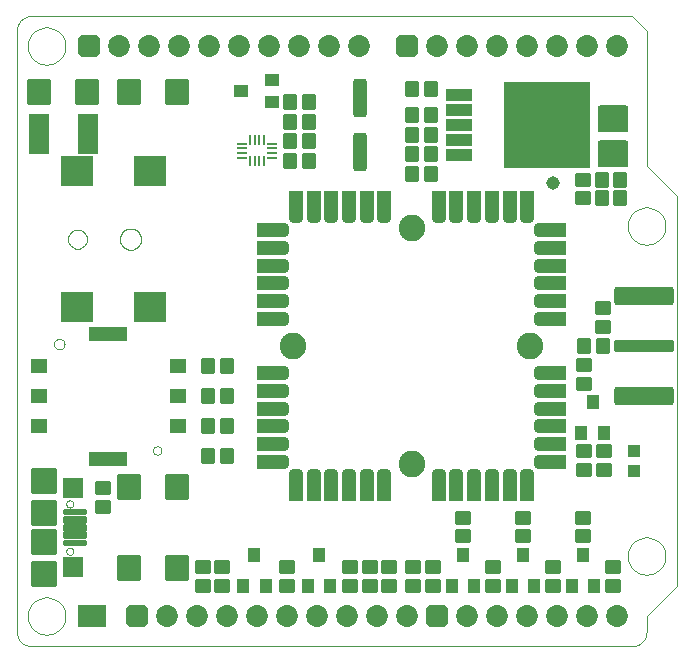
<source format=gbr>
G04 PROTEUS RS274X GERBER FILE*
%FSLAX45Y45*%
%MOMM*%
G01*
%AMPPAD041*
4,1,36,
0.977000,0.150000,
0.977000,-0.150000,
0.974470,-0.175970,
0.967200,-0.199980,
0.955650,-0.221580,
0.940290,-0.240290,
0.921570,-0.255650,
0.899980,-0.267200,
0.875970,-0.274470,
0.850000,-0.277000,
-0.850000,-0.277000,
-0.875970,-0.274470,
-0.899980,-0.267200,
-0.921570,-0.255650,
-0.940290,-0.240290,
-0.955650,-0.221580,
-0.967200,-0.199980,
-0.974470,-0.175970,
-0.977000,-0.150000,
-0.977000,0.150000,
-0.974470,0.175970,
-0.967200,0.199980,
-0.955650,0.221580,
-0.940290,0.240290,
-0.921570,0.255650,
-0.899980,0.267200,
-0.875970,0.274470,
-0.850000,0.277000,
0.850000,0.277000,
0.875970,0.274470,
0.899980,0.267200,
0.921570,0.255650,
0.940290,0.240290,
0.955650,0.221580,
0.967200,0.199980,
0.974470,0.175970,
0.977000,0.150000,
0*%
%ADD47PPAD041*%
%AMPPAD042*
4,1,36,
0.977000,0.200000,
0.977000,-0.200000,
0.974470,-0.225970,
0.967200,-0.249980,
0.955650,-0.271580,
0.940290,-0.290290,
0.921570,-0.305650,
0.899980,-0.317200,
0.875970,-0.324470,
0.850000,-0.327000,
-0.850000,-0.327000,
-0.875970,-0.324470,
-0.899980,-0.317200,
-0.921570,-0.305650,
-0.940290,-0.290290,
-0.955650,-0.271580,
-0.967200,-0.249980,
-0.974470,-0.225970,
-0.977000,-0.200000,
-0.977000,0.200000,
-0.974470,0.225970,
-0.967200,0.249980,
-0.955650,0.271580,
-0.940290,0.290290,
-0.921570,0.305650,
-0.899980,0.317200,
-0.875970,0.324470,
-0.850000,0.327000,
0.850000,0.327000,
0.875970,0.324470,
0.899980,0.317200,
0.921570,0.305650,
0.940290,0.290290,
0.955650,0.271580,
0.967200,0.249980,
0.974470,0.225970,
0.977000,0.200000,
0*%
%ADD48PPAD042*%
%AMPPAD043*
4,1,36,
1.077000,0.950000,
1.077000,-0.950000,
1.074470,-0.975970,
1.067200,-0.999980,
1.055650,-1.021580,
1.040290,-1.040290,
1.021570,-1.055650,
0.999980,-1.067200,
0.975970,-1.074470,
0.950000,-1.077000,
-0.950000,-1.077000,
-0.975970,-1.074470,
-0.999980,-1.067200,
-1.021570,-1.055650,
-1.040290,-1.040290,
-1.055650,-1.021580,
-1.067200,-0.999980,
-1.074470,-0.975970,
-1.077000,-0.950000,
-1.077000,0.950000,
-1.074470,0.975970,
-1.067200,0.999980,
-1.055650,1.021580,
-1.040290,1.040290,
-1.021570,1.055650,
-0.999980,1.067200,
-0.975970,1.074470,
-0.950000,1.077000,
0.950000,1.077000,
0.975970,1.074470,
0.999980,1.067200,
1.021570,1.055650,
1.040290,1.040290,
1.055650,1.021580,
1.067200,0.999980,
1.074470,0.975970,
1.077000,0.950000,
0*%
%ADD49PPAD043*%
%AMPPAD044*
4,1,36,
0.877000,0.750000,
0.877000,-0.750000,
0.874470,-0.775970,
0.867200,-0.799980,
0.855650,-0.821580,
0.840290,-0.840290,
0.821570,-0.855650,
0.799980,-0.867200,
0.775970,-0.874470,
0.750000,-0.877000,
-0.750000,-0.877000,
-0.775970,-0.874470,
-0.799980,-0.867200,
-0.821570,-0.855650,
-0.840290,-0.840290,
-0.855650,-0.821580,
-0.867200,-0.799980,
-0.874470,-0.775970,
-0.877000,-0.750000,
-0.877000,0.750000,
-0.874470,0.775970,
-0.867200,0.799980,
-0.855650,0.821580,
-0.840290,0.840290,
-0.821570,0.855650,
-0.799980,0.867200,
-0.775970,0.874470,
-0.750000,0.877000,
0.750000,0.877000,
0.775970,0.874470,
0.799980,0.867200,
0.821570,0.855650,
0.840290,0.840290,
0.855650,0.821580,
0.867200,0.799980,
0.874470,0.775970,
0.877000,0.750000,
0*%
%ADD50PPAD044*%
%AMPPAD045*
4,1,36,
-0.495200,0.927000,
0.495200,0.927000,
0.583490,0.918410,
0.665130,0.893690,
0.738560,0.854420,
0.802180,0.802180,
0.854420,0.738560,
0.893690,0.665130,
0.918410,0.583490,
0.927000,0.495200,
0.927000,-0.495200,
0.918410,-0.583490,
0.893690,-0.665130,
0.854420,-0.738560,
0.802180,-0.802180,
0.738560,-0.854420,
0.665130,-0.893690,
0.583490,-0.918410,
0.495200,-0.927000,
-0.495200,-0.927000,
-0.583490,-0.918410,
-0.665130,-0.893690,
-0.738560,-0.854420,
-0.802180,-0.802180,
-0.854420,-0.738560,
-0.893690,-0.665130,
-0.918410,-0.583490,
-0.927000,-0.495200,
-0.927000,0.495200,
-0.918410,0.583490,
-0.893690,0.665130,
-0.854420,0.738560,
-0.802180,0.802180,
-0.738560,0.854420,
-0.665130,0.893690,
-0.583490,0.918410,
-0.495200,0.927000,
0*%
%ADD51PPAD045*%
%ADD52C,1.854000*%
%AMPPAD047*
4,1,28,
2.127000,0.119000,
2.127000,-0.119000,
2.116890,-0.222870,
2.087810,-0.318930,
2.041610,-0.405310,
1.980160,-0.480160,
1.905310,-0.541610,
1.818930,-0.587810,
1.722870,-0.616890,
1.619000,-0.627000,
-0.500000,-0.627000,
-0.549980,-0.617200,
-0.590290,-0.590290,
-0.617200,-0.549980,
-0.627000,-0.500000,
-0.627000,0.500000,
-0.617200,0.549980,
-0.590290,0.590290,
-0.549980,0.617200,
-0.500000,0.627000,
1.619000,0.627000,
1.722870,0.616890,
1.818930,0.587810,
1.905310,0.541610,
1.980160,0.480160,
2.041610,0.405310,
2.087810,0.318930,
2.116890,0.222870,
2.127000,0.119000,
0*%
%ADD53PPAD047*%
%AMPPAD048*
4,1,28,
-0.119000,2.127000,
0.119000,2.127000,
0.222870,2.116890,
0.318930,2.087810,
0.405310,2.041610,
0.480160,1.980160,
0.541610,1.905310,
0.587810,1.818930,
0.616890,1.722870,
0.627000,1.619000,
0.627000,-0.500000,
0.617200,-0.549980,
0.590290,-0.590290,
0.549980,-0.617200,
0.500000,-0.627000,
-0.500000,-0.627000,
-0.549980,-0.617200,
-0.590290,-0.590290,
-0.617200,-0.549980,
-0.627000,-0.500000,
-0.627000,1.619000,
-0.616890,1.722870,
-0.587810,1.818930,
-0.541610,1.905310,
-0.480160,1.980160,
-0.405310,2.041610,
-0.318930,2.087810,
-0.222870,2.116890,
-0.119000,2.127000,
0*%
%ADD54PPAD048*%
%AMPPAD049*
4,1,28,
-2.127000,-0.119000,
-2.127000,0.119000,
-2.116890,0.222870,
-2.087810,0.318930,
-2.041610,0.405310,
-1.980160,0.480160,
-1.905310,0.541610,
-1.818930,0.587810,
-1.722870,0.616890,
-1.619000,0.627000,
0.500000,0.627000,
0.549980,0.617200,
0.590290,0.590290,
0.617200,0.549980,
0.627000,0.500000,
0.627000,-0.500000,
0.617200,-0.549980,
0.590290,-0.590290,
0.549980,-0.617200,
0.500000,-0.627000,
-1.619000,-0.627000,
-1.722870,-0.616890,
-1.818930,-0.587810,
-1.905310,-0.541610,
-1.980160,-0.480160,
-2.041610,-0.405310,
-2.087810,-0.318930,
-2.116890,-0.222870,
-2.127000,-0.119000,
0*%
%ADD55PPAD049*%
%AMPPAD050*
4,1,28,
0.119000,-2.127000,
-0.119000,-2.127000,
-0.222870,-2.116890,
-0.318930,-2.087810,
-0.405310,-2.041610,
-0.480160,-1.980160,
-0.541610,-1.905310,
-0.587810,-1.818930,
-0.616890,-1.722870,
-0.627000,-1.619000,
-0.627000,0.500000,
-0.617200,0.549980,
-0.590290,0.590290,
-0.549980,0.617200,
-0.500000,0.627000,
0.500000,0.627000,
0.549980,0.617200,
0.590290,0.590290,
0.617200,0.549980,
0.627000,0.500000,
0.627000,-1.619000,
0.616890,-1.722870,
0.587810,-1.818930,
0.541610,-1.905310,
0.480160,-1.980160,
0.405310,-2.041610,
0.318930,-2.087810,
0.222870,-2.116890,
0.119000,-2.127000,
0*%
%ADD56PPAD050*%
%ADD57C,2.254000*%
%AMPPAD052*
4,1,36,
-0.652000,-0.450000,
-0.652000,0.450000,
-0.649470,0.475970,
-0.642200,0.499980,
-0.630650,0.521580,
-0.615290,0.540290,
-0.596570,0.555650,
-0.574980,0.567200,
-0.550970,0.574470,
-0.525000,0.577000,
0.525000,0.577000,
0.550970,0.574470,
0.574980,0.567200,
0.596570,0.555650,
0.615290,0.540290,
0.630650,0.521580,
0.642200,0.499980,
0.649470,0.475970,
0.652000,0.450000,
0.652000,-0.450000,
0.649470,-0.475970,
0.642200,-0.499980,
0.630650,-0.521580,
0.615290,-0.540290,
0.596570,-0.555650,
0.574980,-0.567200,
0.550970,-0.574470,
0.525000,-0.577000,
-0.525000,-0.577000,
-0.550970,-0.574470,
-0.574980,-0.567200,
-0.596570,-0.555650,
-0.615290,-0.540290,
-0.630650,-0.521580,
-0.642200,-0.499980,
-0.649470,-0.475970,
-0.652000,-0.450000,
0*%
%ADD58PPAD052*%
%AMPPAD053*
4,1,36,
-1.250000,1.277000,
1.250000,1.277000,
1.275970,1.274470,
1.299980,1.267200,
1.321580,1.255650,
1.340290,1.240290,
1.355650,1.221570,
1.367200,1.199980,
1.374470,1.175970,
1.377000,1.150000,
1.377000,-1.150000,
1.374470,-1.175970,
1.367200,-1.199980,
1.355650,-1.221570,
1.340290,-1.240290,
1.321580,-1.255650,
1.299980,-1.267200,
1.275970,-1.274470,
1.250000,-1.277000,
-1.250000,-1.277000,
-1.275970,-1.274470,
-1.299980,-1.267200,
-1.321580,-1.255650,
-1.340290,-1.240290,
-1.355650,-1.221570,
-1.367200,-1.199980,
-1.374470,-1.175970,
-1.377000,-1.150000,
-1.377000,1.150000,
-1.374470,1.175970,
-1.367200,1.199980,
-1.355650,1.221570,
-1.340290,1.240290,
-1.321580,1.255650,
-1.299980,1.267200,
-1.275970,1.274470,
-1.250000,1.277000,
0*%
%ADD59PPAD053*%
%AMPPAD054*
4,1,36,
-0.900000,1.077000,
0.900000,1.077000,
0.925970,1.074470,
0.949980,1.067200,
0.971580,1.055650,
0.990290,1.040290,
1.005650,1.021570,
1.017200,0.999980,
1.024470,0.975970,
1.027000,0.950000,
1.027000,-0.950000,
1.024470,-0.975970,
1.017200,-0.999980,
1.005650,-1.021570,
0.990290,-1.040290,
0.971580,-1.055650,
0.949980,-1.067200,
0.925970,-1.074470,
0.900000,-1.077000,
-0.900000,-1.077000,
-0.925970,-1.074470,
-0.949980,-1.067200,
-0.971580,-1.055650,
-0.990290,-1.040290,
-1.005650,-1.021570,
-1.017200,-0.999980,
-1.024470,-0.975970,
-1.027000,-0.950000,
-1.027000,0.950000,
-1.024470,0.975970,
-1.017200,0.999980,
-1.005650,1.021570,
-0.990290,1.040290,
-0.971580,1.055650,
-0.949980,1.067200,
-0.925970,1.074470,
-0.900000,1.077000,
0*%
%ADD60PPAD054*%
%AMPPAD055*
4,1,36,
0.750000,-1.727000,
-0.750000,-1.727000,
-0.775970,-1.724470,
-0.799980,-1.717200,
-0.821580,-1.705650,
-0.840290,-1.690290,
-0.855650,-1.671570,
-0.867200,-1.649980,
-0.874470,-1.625970,
-0.877000,-1.600000,
-0.877000,1.600000,
-0.874470,1.625970,
-0.867200,1.649980,
-0.855650,1.671570,
-0.840290,1.690290,
-0.821580,1.705650,
-0.799980,1.717200,
-0.775970,1.724470,
-0.750000,1.727000,
0.750000,1.727000,
0.775970,1.724470,
0.799980,1.717200,
0.821580,1.705650,
0.840290,1.690290,
0.855650,1.671570,
0.867200,1.649980,
0.874470,1.625970,
0.877000,1.600000,
0.877000,-1.600000,
0.874470,-1.625970,
0.867200,-1.649980,
0.855650,-1.671570,
0.840290,-1.690290,
0.821580,-1.705650,
0.799980,-1.717200,
0.775970,-1.724470,
0.750000,-1.727000,
0*%
%ADD61PPAD055*%
%AMPPAD056*
4,1,36,
1.627000,0.500000,
1.627000,-0.500000,
1.624470,-0.525970,
1.617200,-0.549980,
1.605650,-0.571580,
1.590290,-0.590290,
1.571570,-0.605650,
1.549980,-0.617200,
1.525970,-0.624470,
1.500000,-0.627000,
-1.500000,-0.627000,
-1.525970,-0.624470,
-1.549980,-0.617200,
-1.571570,-0.605650,
-1.590290,-0.590290,
-1.605650,-0.571580,
-1.617200,-0.549980,
-1.624470,-0.525970,
-1.627000,-0.500000,
-1.627000,0.500000,
-1.624470,0.525970,
-1.617200,0.549980,
-1.605650,0.571580,
-1.590290,0.590290,
-1.571570,0.605650,
-1.549980,0.617200,
-1.525970,0.624470,
-1.500000,0.627000,
1.500000,0.627000,
1.525970,0.624470,
1.549980,0.617200,
1.571570,0.605650,
1.590290,0.590290,
1.605650,0.571580,
1.617200,0.549980,
1.624470,0.525970,
1.627000,0.500000,
0*%
%ADD62PPAD056*%
%AMPPAD057*
4,1,36,
0.677000,0.500000,
0.677000,-0.500000,
0.674470,-0.525970,
0.667200,-0.549980,
0.655650,-0.571580,
0.640290,-0.590290,
0.621570,-0.605650,
0.599980,-0.617200,
0.575970,-0.624470,
0.550000,-0.627000,
-0.550000,-0.627000,
-0.575970,-0.624470,
-0.599980,-0.617200,
-0.621570,-0.605650,
-0.640290,-0.590290,
-0.655650,-0.571580,
-0.667200,-0.549980,
-0.674470,-0.525970,
-0.677000,-0.500000,
-0.677000,0.500000,
-0.674470,0.525970,
-0.667200,0.549980,
-0.655650,0.571580,
-0.640290,0.590290,
-0.621570,0.605650,
-0.599980,0.617200,
-0.575970,0.624470,
-0.550000,0.627000,
0.550000,0.627000,
0.575970,0.624470,
0.599980,0.617200,
0.621570,0.605650,
0.640290,0.590290,
0.655650,0.571580,
0.667200,0.549980,
0.674470,0.525970,
0.677000,0.500000,
0*%
%ADD63PPAD057*%
%AMPPAD058*
4,1,36,
-2.375000,0.527000,
2.375000,0.527000,
2.400970,0.524470,
2.424980,0.517200,
2.446580,0.505650,
2.465290,0.490290,
2.480650,0.471570,
2.492200,0.449980,
2.499470,0.425970,
2.502000,0.400000,
2.502000,-0.400000,
2.499470,-0.425970,
2.492200,-0.449980,
2.480650,-0.471570,
2.465290,-0.490290,
2.446580,-0.505650,
2.424980,-0.517200,
2.400970,-0.524470,
2.375000,-0.527000,
-2.375000,-0.527000,
-2.400970,-0.524470,
-2.424980,-0.517200,
-2.446580,-0.505650,
-2.465290,-0.490290,
-2.480650,-0.471570,
-2.492200,-0.449980,
-2.499470,-0.425970,
-2.502000,-0.400000,
-2.502000,0.400000,
-2.499470,0.425970,
-2.492200,0.449980,
-2.480650,0.471570,
-2.465290,0.490290,
-2.446580,0.505650,
-2.424980,0.517200,
-2.400970,0.524470,
-2.375000,0.527000,
0*%
%ADD64PPAD058*%
%AMPPAD059*
4,1,36,
-2.375000,0.727000,
2.375000,0.727000,
2.400970,0.724470,
2.424980,0.717200,
2.446580,0.705650,
2.465290,0.690290,
2.480650,0.671570,
2.492200,0.649980,
2.499470,0.625970,
2.502000,0.600000,
2.502000,-0.600000,
2.499470,-0.625970,
2.492200,-0.649980,
2.480650,-0.671570,
2.465290,-0.690290,
2.446580,-0.705650,
2.424980,-0.717200,
2.400970,-0.724470,
2.375000,-0.727000,
-2.375000,-0.727000,
-2.400970,-0.724470,
-2.424980,-0.717200,
-2.446580,-0.705650,
-2.465290,-0.690290,
-2.480650,-0.671570,
-2.492200,-0.649980,
-2.499470,-0.625970,
-2.502000,-0.600000,
-2.502000,0.600000,
-2.499470,0.625970,
-2.492200,0.649980,
-2.480650,0.671570,
-2.465290,0.690290,
-2.446580,0.705650,
-2.424980,0.717200,
-2.400970,0.724470,
-2.375000,0.727000,
0*%
%ADD65PPAD059*%
%AMPPAD060*
4,1,36,
0.450000,-0.652000,
-0.450000,-0.652000,
-0.475970,-0.649470,
-0.499980,-0.642200,
-0.521580,-0.630650,
-0.540290,-0.615290,
-0.555650,-0.596570,
-0.567200,-0.574980,
-0.574470,-0.550970,
-0.577000,-0.525000,
-0.577000,0.525000,
-0.574470,0.550970,
-0.567200,0.574980,
-0.555650,0.596570,
-0.540290,0.615290,
-0.521580,0.630650,
-0.499980,0.642200,
-0.475970,0.649470,
-0.450000,0.652000,
0.450000,0.652000,
0.475970,0.649470,
0.499980,0.642200,
0.521580,0.630650,
0.540290,0.615290,
0.555650,0.596570,
0.567200,0.574980,
0.574470,0.550970,
0.577000,0.525000,
0.577000,-0.525000,
0.574470,-0.550970,
0.567200,-0.574980,
0.555650,-0.596570,
0.540290,-0.615290,
0.521580,-0.630650,
0.499980,-0.642200,
0.475970,-0.649470,
0.450000,-0.652000,
0*%
%ADD66PPAD060*%
%AMPPAD061*
4,1,36,
1.127000,0.380000,
1.127000,-0.380000,
1.124470,-0.405970,
1.117200,-0.429980,
1.105650,-0.451580,
1.090290,-0.470290,
1.071570,-0.485650,
1.049980,-0.497200,
1.025970,-0.504470,
1.000000,-0.507000,
-1.000000,-0.507000,
-1.025970,-0.504470,
-1.049980,-0.497200,
-1.071570,-0.485650,
-1.090290,-0.470290,
-1.105650,-0.451580,
-1.117200,-0.429980,
-1.124470,-0.405970,
-1.127000,-0.380000,
-1.127000,0.380000,
-1.124470,0.405970,
-1.117200,0.429980,
-1.105650,0.451580,
-1.090290,0.470290,
-1.071570,0.485650,
-1.049980,0.497200,
-1.025970,0.504470,
-1.000000,0.507000,
1.000000,0.507000,
1.025970,0.504470,
1.049980,0.497200,
1.071570,0.485650,
1.090290,0.470290,
1.105650,0.451580,
1.117200,0.429980,
1.124470,0.405970,
1.127000,0.380000,
0*%
%ADD67PPAD061*%
%AMPPAD062*
4,1,36,
3.677000,3.550000,
3.677000,-3.550000,
3.674470,-3.575970,
3.667200,-3.599980,
3.655650,-3.621580,
3.640290,-3.640290,
3.621570,-3.655650,
3.599980,-3.667200,
3.575970,-3.674470,
3.550000,-3.677000,
-3.550000,-3.677000,
-3.575970,-3.674470,
-3.599980,-3.667200,
-3.621570,-3.655650,
-3.640290,-3.640290,
-3.655650,-3.621580,
-3.667200,-3.599980,
-3.674470,-3.575970,
-3.677000,-3.550000,
-3.677000,3.550000,
-3.674470,3.575970,
-3.667200,3.599980,
-3.655650,3.621580,
-3.640290,3.640290,
-3.621570,3.655650,
-3.599980,3.667200,
-3.575970,3.674470,
-3.550000,3.677000,
3.550000,3.677000,
3.575970,3.674470,
3.599980,3.667200,
3.621570,3.655650,
3.640290,3.640290,
3.655650,3.621580,
3.667200,3.599980,
3.674470,3.575970,
3.677000,3.550000,
0*%
%ADD68PPAD062*%
%AMPPAD063*
4,1,4,
0.100000,0.400000,
0.100000,-0.400000,
-0.100000,-0.400000,
-0.100000,0.400000,
0.100000,0.400000,
0*%
%ADD69PPAD063*%
%AMPPAD064*
4,1,4,
0.400000,0.100000,
0.400000,-0.100000,
-0.400000,-0.100000,
-0.400000,0.100000,
0.400000,0.100000,
0*%
%ADD74PPAD064*%
%AMPPAD065*
4,1,36,
-1.270000,-1.016000,
-1.270000,1.016000,
-1.267470,1.041970,
-1.260200,1.065980,
-1.248650,1.087580,
-1.233290,1.106290,
-1.214570,1.121650,
-1.192980,1.133200,
-1.168970,1.140470,
-1.143000,1.143000,
1.143000,1.143000,
1.168970,1.140470,
1.192980,1.133200,
1.214570,1.121650,
1.233290,1.106290,
1.248650,1.087580,
1.260200,1.065980,
1.267470,1.041970,
1.270000,1.016000,
1.270000,-1.016000,
1.267470,-1.041970,
1.260200,-1.065980,
1.248650,-1.087580,
1.233290,-1.106290,
1.214570,-1.121650,
1.192980,-1.133200,
1.168970,-1.140470,
1.143000,-1.143000,
-1.143000,-1.143000,
-1.168970,-1.140470,
-1.192980,-1.133200,
-1.214570,-1.121650,
-1.233290,-1.106290,
-1.248650,-1.087580,
-1.260200,-1.065980,
-1.267470,-1.041970,
-1.270000,-1.016000,
0*%
%ADD75PPAD065*%
%AMPPAD066*
4,1,36,
0.425000,-1.577000,
-0.425000,-1.577000,
-0.450970,-1.574470,
-0.474980,-1.567200,
-0.496580,-1.555650,
-0.515290,-1.540290,
-0.530650,-1.521570,
-0.542200,-1.499980,
-0.549470,-1.475970,
-0.552000,-1.450000,
-0.552000,1.450000,
-0.549470,1.475970,
-0.542200,1.499980,
-0.530650,1.521570,
-0.515290,1.540290,
-0.496580,1.555650,
-0.474980,1.567200,
-0.450970,1.574470,
-0.425000,1.577000,
0.425000,1.577000,
0.450970,1.574470,
0.474980,1.567200,
0.496580,1.555650,
0.515290,1.540290,
0.530650,1.521570,
0.542200,1.499980,
0.549470,1.475970,
0.552000,1.450000,
0.552000,-1.450000,
0.549470,-1.475970,
0.542200,-1.499980,
0.530650,-1.521570,
0.515290,-1.540290,
0.496580,-1.555650,
0.474980,-1.567200,
0.450970,-1.574470,
0.425000,-1.577000,
0*%
%ADD76PPAD066*%
%AMPPAD067*
4,1,36,
0.355600,-0.622300,
-0.355600,-0.622300,
-0.381570,-0.619770,
-0.405580,-0.612500,
-0.427180,-0.600950,
-0.445890,-0.585590,
-0.461250,-0.566870,
-0.472800,-0.545280,
-0.480070,-0.521270,
-0.482600,-0.495300,
-0.482600,0.495300,
-0.480070,0.521270,
-0.472800,0.545280,
-0.461250,0.566870,
-0.445890,0.585590,
-0.427180,0.600950,
-0.405580,0.612500,
-0.381570,0.619770,
-0.355600,0.622300,
0.355600,0.622300,
0.381570,0.619770,
0.405580,0.612500,
0.427180,0.600950,
0.445890,0.585590,
0.461250,0.566870,
0.472800,0.545280,
0.480070,0.521270,
0.482600,0.495300,
0.482600,-0.495300,
0.480070,-0.521270,
0.472800,-0.545280,
0.461250,-0.566870,
0.445890,-0.585590,
0.427180,-0.600950,
0.405580,-0.612500,
0.381570,-0.619770,
0.355600,-0.622300,
0*%
%ADD77PPAD067*%
%AMPPAD068*
4,1,36,
-0.527000,-0.400000,
-0.527000,0.400000,
-0.524470,0.425970,
-0.517200,0.449980,
-0.505650,0.471580,
-0.490290,0.490290,
-0.471570,0.505650,
-0.449980,0.517200,
-0.425970,0.524470,
-0.400000,0.527000,
0.400000,0.527000,
0.425970,0.524470,
0.449980,0.517200,
0.471570,0.505650,
0.490290,0.490290,
0.505650,0.471580,
0.517200,0.449980,
0.524470,0.425970,
0.527000,0.400000,
0.527000,-0.400000,
0.524470,-0.425970,
0.517200,-0.449980,
0.505650,-0.471580,
0.490290,-0.490290,
0.471570,-0.505650,
0.449980,-0.517200,
0.425970,-0.524470,
0.400000,-0.527000,
-0.400000,-0.527000,
-0.425970,-0.524470,
-0.449980,-0.517200,
-0.471570,-0.505650,
-0.490290,-0.490290,
-0.505650,-0.471580,
-0.517200,-0.449980,
-0.524470,-0.425970,
-0.527000,-0.400000,
0*%
%ADD78PPAD068*%
%AMPPAD069*
4,1,36,
0.622300,0.355600,
0.622300,-0.355600,
0.619770,-0.381570,
0.612500,-0.405580,
0.600950,-0.427180,
0.585590,-0.445890,
0.566870,-0.461250,
0.545280,-0.472800,
0.521270,-0.480070,
0.495300,-0.482600,
-0.495300,-0.482600,
-0.521270,-0.480070,
-0.545280,-0.472800,
-0.566870,-0.461250,
-0.585590,-0.445890,
-0.600950,-0.427180,
-0.612500,-0.405580,
-0.619770,-0.381570,
-0.622300,-0.355600,
-0.622300,0.355600,
-0.619770,0.381570,
-0.612500,0.405580,
-0.600950,0.427180,
-0.585590,0.445890,
-0.566870,0.461250,
-0.545280,0.472800,
-0.521270,0.480070,
-0.495300,0.482600,
0.495300,0.482600,
0.521270,0.480070,
0.545280,0.472800,
0.566870,0.461250,
0.585590,0.445890,
0.600950,0.427180,
0.612500,0.405580,
0.619770,0.381570,
0.622300,0.355600,
0*%
%ADD79PPAD069*%
%ADD80C,1.143000*%
%AMPPAD071*
4,1,36,
-1.100000,0.952000,
1.100000,0.952000,
1.125970,0.949470,
1.149980,0.942200,
1.171580,0.930650,
1.190290,0.915290,
1.205650,0.896570,
1.217200,0.874980,
1.224470,0.850970,
1.227000,0.825000,
1.227000,-0.825000,
1.224470,-0.850970,
1.217200,-0.874980,
1.205650,-0.896570,
1.190290,-0.915290,
1.171580,-0.930650,
1.149980,-0.942200,
1.125970,-0.949470,
1.100000,-0.952000,
-1.100000,-0.952000,
-1.125970,-0.949470,
-1.149980,-0.942200,
-1.171580,-0.930650,
-1.190290,-0.915290,
-1.205650,-0.896570,
-1.217200,-0.874980,
-1.224470,-0.850970,
-1.227000,-0.825000,
-1.227000,0.825000,
-1.224470,0.850970,
-1.217200,0.874980,
-1.205650,0.896570,
-1.190290,0.915290,
-1.171580,0.930650,
-1.149980,0.942200,
-1.125970,0.949470,
-1.100000,0.952000,
0*%
%ADD81PPAD071*%
%ADD42C,0.025400*%
D47*
X+495300Y+1133300D03*
D48*
X+495300Y+1068300D03*
X+495300Y+1003300D03*
X+495300Y+938300D03*
D47*
X+495300Y+873300D03*
D49*
X+235300Y+1123300D03*
X+235300Y+883300D03*
X+235300Y+1398300D03*
X+235300Y+608300D03*
D50*
X+480300Y+668300D03*
X+480300Y+1338300D03*
D51*
X+1016000Y+254000D03*
D52*
X+1270000Y+254000D03*
X+1524000Y+254000D03*
X+1778000Y+254000D03*
X+2032000Y+254000D03*
X+2286000Y+254000D03*
X+2540000Y+254000D03*
X+2794000Y+254000D03*
X+3048000Y+254000D03*
X+3302000Y+254000D03*
D51*
X+3556000Y+254000D03*
D52*
X+3810000Y+254000D03*
X+4064000Y+254000D03*
X+4318000Y+254000D03*
X+4572000Y+254000D03*
X+4826000Y+254000D03*
X+5080000Y+254000D03*
D51*
X+609600Y+5080000D03*
D52*
X+863600Y+5080000D03*
X+1117600Y+5080000D03*
X+1371600Y+5080000D03*
X+1625600Y+5080000D03*
X+1879600Y+5080000D03*
X+2133600Y+5080000D03*
X+2387600Y+5080000D03*
X+2641600Y+5080000D03*
X+2895600Y+5080000D03*
D51*
X+3302000Y+5080000D03*
D52*
X+3556000Y+5080000D03*
X+3810000Y+5080000D03*
X+4064000Y+5080000D03*
X+4318000Y+5080000D03*
X+4572000Y+5080000D03*
X+4826000Y+5080000D03*
X+5080000Y+5080000D03*
D53*
X+2094200Y+3520000D03*
X+2094200Y+3370000D03*
X+2094200Y+3220000D03*
X+2094200Y+3070000D03*
X+2094200Y+2920000D03*
X+2094200Y+2770000D03*
X+2094200Y+2310000D03*
X+2094200Y+2160000D03*
X+2094200Y+2010000D03*
X+2094200Y+1860000D03*
X+2094200Y+1710000D03*
X+2094200Y+1560000D03*
D54*
X+2363400Y+1290800D03*
X+2513400Y+1290800D03*
X+2663400Y+1290800D03*
X+2813400Y+1290800D03*
X+2963400Y+1290800D03*
X+3113400Y+1290800D03*
X+3573400Y+1290800D03*
X+3723400Y+1290800D03*
X+3873400Y+1290800D03*
X+4023400Y+1290800D03*
X+4173400Y+1290800D03*
X+4323400Y+1290800D03*
D55*
X+4593400Y+1560000D03*
X+4593400Y+1710000D03*
X+4593400Y+1860000D03*
X+4593400Y+2010000D03*
X+4593400Y+2160000D03*
X+4593400Y+2310000D03*
X+4593400Y+2770000D03*
X+4593400Y+2920000D03*
X+4593400Y+3070000D03*
X+4593400Y+3220000D03*
X+4593400Y+3370000D03*
X+4593400Y+3520000D03*
D56*
X+4323400Y+3790000D03*
X+4173400Y+3790000D03*
X+4023400Y+3790000D03*
X+3873400Y+3790000D03*
X+3723400Y+3790000D03*
X+3573400Y+3790000D03*
X+3113400Y+3790000D03*
X+2963400Y+3790000D03*
X+2813400Y+3790000D03*
X+2663400Y+3790000D03*
X+2513400Y+3790000D03*
X+2363400Y+3790000D03*
D57*
X+2343400Y+2540000D03*
X+3343400Y+1540000D03*
X+4343400Y+2540000D03*
X+3343400Y+3540000D03*
D58*
X+734300Y+1178300D03*
X+734300Y+1338300D03*
D59*
X+1124700Y+4018900D03*
X+514700Y+4018900D03*
X+514700Y+2868900D03*
X+1124700Y+2868900D03*
D60*
X+950200Y+1344600D03*
X+1360200Y+1344600D03*
D61*
X+605050Y+4338700D03*
X+185050Y+4338700D03*
D60*
X+185050Y+4694300D03*
X+595050Y+4694300D03*
D62*
X+775050Y+2646200D03*
X+775050Y+1586200D03*
D63*
X+185050Y+1862200D03*
X+185050Y+2116200D03*
X+185050Y+2370200D03*
X+1365050Y+1862200D03*
X+1365050Y+2116200D03*
X+1365050Y+2370200D03*
D64*
X+5314950Y+2540000D03*
D65*
X+5314950Y+2962500D03*
X+5314950Y+2117500D03*
D58*
X+4965700Y+2698750D03*
X+4965700Y+2858750D03*
D66*
X+4965700Y+2540000D03*
X+4805700Y+2540000D03*
D58*
X+4805700Y+2381250D03*
X+4805700Y+2221250D03*
D66*
X+1779050Y+2370200D03*
X+1619050Y+2370200D03*
X+1619050Y+1862200D03*
X+1779050Y+1862200D03*
X+1619050Y+2116200D03*
X+1779050Y+2116200D03*
X+1779050Y+1608200D03*
X+1619050Y+1608200D03*
D67*
X+3747500Y+4666300D03*
X+3747500Y+4539300D03*
X+3747500Y+4412300D03*
X+3747500Y+4285300D03*
X+3747500Y+4158300D03*
D68*
X+4488500Y+4412300D03*
D69*
X+2095100Y+4282900D03*
X+2055100Y+4282900D03*
X+2015100Y+4282900D03*
X+1975100Y+4282900D03*
D74*
X+1905100Y+4252900D03*
X+1905100Y+4212900D03*
X+1905100Y+4172900D03*
X+1905100Y+4132900D03*
D69*
X+1975100Y+4102900D03*
X+2015100Y+4102900D03*
X+2055100Y+4102900D03*
X+2095100Y+4102900D03*
D74*
X+2165100Y+4132900D03*
X+2165100Y+4172900D03*
X+2165100Y+4212900D03*
X+2165100Y+4252900D03*
D75*
X+5047300Y+4164650D03*
X+5047300Y+4464650D03*
D76*
X+2908050Y+4640900D03*
X+2908050Y+4180900D03*
D58*
X+4793300Y+3790000D03*
X+4793300Y+3950000D03*
D66*
X+4952050Y+3791250D03*
X+5112050Y+3791250D03*
X+4952050Y+3950000D03*
X+5112050Y+3950000D03*
X+3506200Y+4494850D03*
X+3346200Y+4494850D03*
X+3346200Y+4717100D03*
X+3506200Y+4717100D03*
X+3506200Y+3999550D03*
X+3346200Y+3999550D03*
X+3346200Y+4329750D03*
X+3506200Y+4329750D03*
D77*
X+1917700Y+508000D03*
X+2108200Y+508000D03*
X+2011680Y+769620D03*
D58*
X+1739900Y+508000D03*
X+1739900Y+668000D03*
X+1574800Y+668000D03*
X+1574800Y+508000D03*
D77*
X+4781550Y+1806350D03*
X+4972050Y+1806350D03*
X+4875530Y+2067970D03*
D58*
X+4972050Y+1647600D03*
X+4972050Y+1487600D03*
X+4806950Y+1487600D03*
X+4806950Y+1647600D03*
D78*
X+5226050Y+1482600D03*
X+5226050Y+1647600D03*
D79*
X+2158750Y+4602800D03*
X+2158750Y+4793300D03*
X+1897130Y+4696780D03*
D66*
X+2311150Y+4272600D03*
X+2471150Y+4272600D03*
X+2311150Y+4107500D03*
X+2471150Y+4107500D03*
D60*
X+950200Y+4694300D03*
X+1360200Y+4694300D03*
X+1360200Y+661950D03*
X+950200Y+661950D03*
D80*
X+4539300Y+3924600D03*
D77*
X+4699000Y+508000D03*
X+4889500Y+508000D03*
X+4792980Y+769620D03*
X+2463800Y+508000D03*
X+2654300Y+508000D03*
X+2557780Y+769620D03*
X+4191000Y+508000D03*
X+4381500Y+508000D03*
X+4284980Y+769620D03*
X+3683000Y+508000D03*
X+3873500Y+508000D03*
X+3776980Y+769620D03*
D66*
X+3506200Y+4164650D03*
X+3346200Y+4164650D03*
D58*
X+2990850Y+508000D03*
X+2990850Y+668000D03*
X+2825750Y+508000D03*
X+2825750Y+668000D03*
X+3155950Y+668000D03*
X+3155950Y+508000D03*
X+2286000Y+668000D03*
X+2286000Y+508000D03*
D66*
X+2471150Y+4602800D03*
X+2311150Y+4602800D03*
X+2311150Y+4437700D03*
X+2471150Y+4437700D03*
D58*
X+4540250Y+508000D03*
X+4540250Y+668000D03*
X+4032250Y+508000D03*
X+4032250Y+668000D03*
X+3524250Y+508000D03*
X+3524250Y+668000D03*
X+4792980Y+1088370D03*
X+4792980Y+928370D03*
X+4284980Y+1088370D03*
X+4284980Y+928370D03*
X+3776980Y+1088370D03*
X+3776980Y+928370D03*
X+3359150Y+508000D03*
X+3359150Y+668000D03*
X+5048250Y+668000D03*
X+5048250Y+508000D03*
D81*
X+635000Y+254000D03*
D42*
X+5492750Y+762000D02*
X+5492220Y+774958D01*
X+5487916Y+800876D01*
X+5478925Y+826794D01*
X+5464280Y+852712D01*
X+5441876Y+878466D01*
X+5415958Y+897958D01*
X+5390040Y+910530D01*
X+5364122Y+917866D01*
X+5338204Y+920694D01*
X+5334000Y+920750D01*
X+5175250Y+762000D02*
X+5175780Y+774958D01*
X+5180084Y+800876D01*
X+5189075Y+826794D01*
X+5203720Y+852712D01*
X+5226124Y+878466D01*
X+5252042Y+897958D01*
X+5277960Y+910530D01*
X+5303878Y+917866D01*
X+5329796Y+920694D01*
X+5334000Y+920750D01*
X+5175250Y+762000D02*
X+5175780Y+749042D01*
X+5180084Y+723124D01*
X+5189075Y+697206D01*
X+5203720Y+671288D01*
X+5226124Y+645534D01*
X+5252042Y+626042D01*
X+5277960Y+613470D01*
X+5303878Y+606134D01*
X+5329796Y+603306D01*
X+5334000Y+603250D01*
X+5492750Y+762000D02*
X+5492220Y+749042D01*
X+5487916Y+723124D01*
X+5478925Y+697206D01*
X+5464280Y+671288D01*
X+5441876Y+645534D01*
X+5415958Y+626042D01*
X+5390040Y+613470D01*
X+5364122Y+606134D01*
X+5338204Y+603306D01*
X+5334000Y+603250D01*
X+5492750Y+3556000D02*
X+5492220Y+3568958D01*
X+5487916Y+3594876D01*
X+5478925Y+3620794D01*
X+5464280Y+3646712D01*
X+5441876Y+3672466D01*
X+5415958Y+3691958D01*
X+5390040Y+3704530D01*
X+5364122Y+3711866D01*
X+5338204Y+3714694D01*
X+5334000Y+3714750D01*
X+5175250Y+3556000D02*
X+5175780Y+3568958D01*
X+5180084Y+3594876D01*
X+5189075Y+3620794D01*
X+5203720Y+3646712D01*
X+5226124Y+3672466D01*
X+5252042Y+3691958D01*
X+5277960Y+3704530D01*
X+5303878Y+3711866D01*
X+5329796Y+3714694D01*
X+5334000Y+3714750D01*
X+5175250Y+3556000D02*
X+5175780Y+3543042D01*
X+5180084Y+3517124D01*
X+5189075Y+3491206D01*
X+5203720Y+3465288D01*
X+5226124Y+3439534D01*
X+5252042Y+3420042D01*
X+5277960Y+3407470D01*
X+5303878Y+3400134D01*
X+5329796Y+3397306D01*
X+5334000Y+3397250D01*
X+5492750Y+3556000D02*
X+5492220Y+3543042D01*
X+5487916Y+3517124D01*
X+5478925Y+3491206D01*
X+5464280Y+3465288D01*
X+5441876Y+3439534D01*
X+5415958Y+3420042D01*
X+5390040Y+3407470D01*
X+5364122Y+3400134D01*
X+5338204Y+3397306D01*
X+5334000Y+3397250D01*
X+412750Y+5080000D02*
X+412220Y+5092958D01*
X+407916Y+5118876D01*
X+398925Y+5144794D01*
X+384280Y+5170712D01*
X+361876Y+5196466D01*
X+335958Y+5215958D01*
X+310040Y+5228530D01*
X+284122Y+5235866D01*
X+258204Y+5238694D01*
X+254000Y+5238750D01*
X+95250Y+5080000D02*
X+95780Y+5092958D01*
X+100084Y+5118876D01*
X+109075Y+5144794D01*
X+123720Y+5170712D01*
X+146124Y+5196466D01*
X+172042Y+5215958D01*
X+197960Y+5228530D01*
X+223878Y+5235866D01*
X+249796Y+5238694D01*
X+254000Y+5238750D01*
X+95250Y+5080000D02*
X+95780Y+5067042D01*
X+100084Y+5041124D01*
X+109075Y+5015206D01*
X+123720Y+4989288D01*
X+146124Y+4963534D01*
X+172042Y+4944042D01*
X+197960Y+4931470D01*
X+223878Y+4924134D01*
X+249796Y+4921306D01*
X+254000Y+4921250D01*
X+412750Y+5080000D02*
X+412220Y+5067042D01*
X+407916Y+5041124D01*
X+398925Y+5015206D01*
X+384280Y+4989288D01*
X+361876Y+4963534D01*
X+335958Y+4944042D01*
X+310040Y+4931470D01*
X+284122Y+4924134D01*
X+258204Y+4921306D01*
X+254000Y+4921250D01*
X+412750Y+254000D02*
X+412220Y+266958D01*
X+407916Y+292876D01*
X+398925Y+318794D01*
X+384280Y+344712D01*
X+361876Y+370466D01*
X+335958Y+389958D01*
X+310040Y+402530D01*
X+284122Y+409866D01*
X+258204Y+412694D01*
X+254000Y+412750D01*
X+95250Y+254000D02*
X+95780Y+266958D01*
X+100084Y+292876D01*
X+109075Y+318794D01*
X+123720Y+344712D01*
X+146124Y+370466D01*
X+172042Y+389958D01*
X+197960Y+402530D01*
X+223878Y+409866D01*
X+249796Y+412694D01*
X+254000Y+412750D01*
X+95250Y+254000D02*
X+95780Y+241042D01*
X+100084Y+215124D01*
X+109075Y+189206D01*
X+123720Y+163288D01*
X+146124Y+137534D01*
X+172042Y+118042D01*
X+197960Y+105470D01*
X+223878Y+98134D01*
X+249796Y+95306D01*
X+254000Y+95250D01*
X+412750Y+254000D02*
X+412220Y+241042D01*
X+407916Y+215124D01*
X+398925Y+189206D01*
X+384280Y+163288D01*
X+361876Y+137534D01*
X+335958Y+118042D01*
X+310040Y+105470D01*
X+284122Y+98134D01*
X+258204Y+95306D01*
X+254000Y+95250D01*
X+0Y+127000D02*
X+2527Y+101032D01*
X+9798Y+77018D01*
X+21348Y+55423D01*
X+36711Y+36711D01*
X+55423Y+21347D01*
X+77018Y+9798D01*
X+101032Y+2527D01*
X+127000Y+0D01*
X+5207000Y+0D01*
X+5232967Y+2527D01*
X+5256981Y+9798D01*
X+5278577Y+21347D01*
X+5297289Y+36711D01*
X+5312652Y+55423D01*
X+5324202Y+77018D01*
X+5331473Y+101032D01*
X+5334000Y+127000D01*
X+5334000Y+254000D01*
X+5588000Y+508000D01*
X+5588000Y+3810000D01*
X+5334000Y+4064000D01*
X+5334000Y+5207000D01*
X+5207000Y+5334000D01*
X+127000Y+5334000D01*
X+101032Y+5331473D01*
X+77018Y+5324202D01*
X+55423Y+5312652D01*
X+36711Y+5297289D01*
X+21348Y+5278577D01*
X+9798Y+5256981D01*
X+2527Y+5232967D01*
X+0Y+5207000D01*
X+0Y+127000D01*
X+480300Y+803300D02*
X+480197Y+805789D01*
X+479355Y+810769D01*
X+477595Y+815749D01*
X+474718Y+820729D01*
X+470317Y+825645D01*
X+465337Y+829259D01*
X+460357Y+831564D01*
X+455377Y+832867D01*
X+450397Y+833300D01*
X+450300Y+833300D01*
X+420300Y+803300D02*
X+420403Y+805789D01*
X+421245Y+810769D01*
X+423005Y+815749D01*
X+425882Y+820729D01*
X+430283Y+825645D01*
X+435263Y+829259D01*
X+440243Y+831564D01*
X+445223Y+832867D01*
X+450203Y+833300D01*
X+450300Y+833300D01*
X+420300Y+803300D02*
X+420403Y+800811D01*
X+421245Y+795831D01*
X+423005Y+790851D01*
X+425882Y+785871D01*
X+430283Y+780955D01*
X+435263Y+777341D01*
X+440243Y+775036D01*
X+445223Y+773733D01*
X+450203Y+773300D01*
X+450300Y+773300D01*
X+480300Y+803300D02*
X+480197Y+800811D01*
X+479355Y+795831D01*
X+477595Y+790851D01*
X+474718Y+785871D01*
X+470317Y+780955D01*
X+465337Y+777341D01*
X+460357Y+775036D01*
X+455377Y+773733D01*
X+450397Y+773300D01*
X+450300Y+773300D01*
X+480300Y+1203300D02*
X+480197Y+1205789D01*
X+479355Y+1210769D01*
X+477595Y+1215749D01*
X+474718Y+1220729D01*
X+470317Y+1225645D01*
X+465337Y+1229259D01*
X+460357Y+1231564D01*
X+455377Y+1232867D01*
X+450397Y+1233300D01*
X+450300Y+1233300D01*
X+420300Y+1203300D02*
X+420403Y+1205789D01*
X+421245Y+1210769D01*
X+423005Y+1215749D01*
X+425882Y+1220729D01*
X+430283Y+1225645D01*
X+435263Y+1229259D01*
X+440243Y+1231564D01*
X+445223Y+1232867D01*
X+450203Y+1233300D01*
X+450300Y+1233300D01*
X+420300Y+1203300D02*
X+420403Y+1200811D01*
X+421245Y+1195831D01*
X+423005Y+1190851D01*
X+425882Y+1185871D01*
X+430283Y+1180955D01*
X+435263Y+1177341D01*
X+440243Y+1175036D01*
X+445223Y+1173733D01*
X+450203Y+1173300D01*
X+450300Y+1173300D01*
X+480300Y+1203300D02*
X+480197Y+1200811D01*
X+479355Y+1195831D01*
X+477595Y+1190851D01*
X+474718Y+1185871D01*
X+470317Y+1180955D01*
X+465337Y+1177341D01*
X+460357Y+1175036D01*
X+455377Y+1173733D01*
X+450397Y+1173300D01*
X+450300Y+1173300D01*
X+594700Y+3443900D02*
X+594428Y+3450496D01*
X+592214Y+3463690D01*
X+587584Y+3476884D01*
X+580027Y+3490078D01*
X+568465Y+3503140D01*
X+555271Y+3512849D01*
X+542077Y+3519070D01*
X+528883Y+3522633D01*
X+515689Y+3523894D01*
X+514700Y+3523900D01*
X+434700Y+3443900D02*
X+434972Y+3450496D01*
X+437186Y+3463690D01*
X+441816Y+3476884D01*
X+449373Y+3490078D01*
X+460935Y+3503140D01*
X+474129Y+3512849D01*
X+487323Y+3519070D01*
X+500517Y+3522633D01*
X+513711Y+3523894D01*
X+514700Y+3523900D01*
X+434700Y+3443900D02*
X+434972Y+3437304D01*
X+437186Y+3424110D01*
X+441816Y+3410916D01*
X+449373Y+3397722D01*
X+460935Y+3384660D01*
X+474129Y+3374951D01*
X+487323Y+3368730D01*
X+500517Y+3365167D01*
X+513711Y+3363906D01*
X+514700Y+3363900D01*
X+594700Y+3443900D02*
X+594428Y+3437304D01*
X+592214Y+3424110D01*
X+587584Y+3410916D01*
X+580027Y+3397722D01*
X+568465Y+3384660D01*
X+555271Y+3374951D01*
X+542077Y+3368730D01*
X+528883Y+3365167D01*
X+515689Y+3363906D01*
X+514700Y+3363900D01*
X+1054700Y+3443900D02*
X+1054394Y+3451311D01*
X+1051910Y+3466135D01*
X+1046716Y+3480959D01*
X+1038240Y+3495783D01*
X+1025272Y+3510466D01*
X+1010448Y+3521406D01*
X+995624Y+3528420D01*
X+980800Y+3532448D01*
X+965976Y+3533891D01*
X+964700Y+3533900D01*
X+874700Y+3443900D02*
X+875006Y+3451311D01*
X+877490Y+3466135D01*
X+882684Y+3480959D01*
X+891160Y+3495783D01*
X+904128Y+3510466D01*
X+918952Y+3521406D01*
X+933776Y+3528420D01*
X+948600Y+3532448D01*
X+963424Y+3533891D01*
X+964700Y+3533900D01*
X+874700Y+3443900D02*
X+875006Y+3436489D01*
X+877490Y+3421665D01*
X+882684Y+3406841D01*
X+891160Y+3392017D01*
X+904128Y+3377334D01*
X+918952Y+3366394D01*
X+933776Y+3359380D01*
X+948600Y+3355352D01*
X+963424Y+3353909D01*
X+964700Y+3353900D01*
X+1054700Y+3443900D02*
X+1054394Y+3436489D01*
X+1051910Y+3421665D01*
X+1046716Y+3406841D01*
X+1038240Y+3392017D01*
X+1025272Y+3377334D01*
X+1010448Y+3366394D01*
X+995624Y+3359380D01*
X+980800Y+3355352D01*
X+965976Y+3353909D01*
X+964700Y+3353900D01*
X+1225050Y+1656200D02*
X+1224929Y+1659102D01*
X+1223949Y+1664908D01*
X+1221899Y+1670714D01*
X+1218547Y+1676520D01*
X+1213421Y+1682254D01*
X+1207615Y+1686473D01*
X+1201809Y+1689166D01*
X+1196003Y+1690690D01*
X+1190197Y+1691200D01*
X+1190050Y+1691200D01*
X+1155050Y+1656200D02*
X+1155171Y+1659102D01*
X+1156151Y+1664908D01*
X+1158201Y+1670714D01*
X+1161553Y+1676520D01*
X+1166679Y+1682254D01*
X+1172485Y+1686473D01*
X+1178291Y+1689166D01*
X+1184097Y+1690690D01*
X+1189903Y+1691200D01*
X+1190050Y+1691200D01*
X+1155050Y+1656200D02*
X+1155171Y+1653298D01*
X+1156151Y+1647492D01*
X+1158201Y+1641686D01*
X+1161553Y+1635880D01*
X+1166679Y+1630146D01*
X+1172485Y+1625927D01*
X+1178291Y+1623234D01*
X+1184097Y+1621710D01*
X+1189903Y+1621200D01*
X+1190050Y+1621200D01*
X+1225050Y+1656200D02*
X+1224929Y+1653298D01*
X+1223949Y+1647492D01*
X+1221899Y+1641686D01*
X+1218547Y+1635880D01*
X+1213421Y+1630146D01*
X+1207615Y+1625927D01*
X+1201809Y+1623234D01*
X+1196003Y+1621710D01*
X+1190197Y+1621200D01*
X+1190050Y+1621200D01*
X+405050Y+2556200D02*
X+404895Y+2559927D01*
X+403639Y+2567382D01*
X+401009Y+2574837D01*
X+396713Y+2582292D01*
X+390143Y+2589658D01*
X+382688Y+2595091D01*
X+375233Y+2598561D01*
X+367778Y+2600531D01*
X+360323Y+2601199D01*
X+360050Y+2601200D01*
X+315050Y+2556200D02*
X+315205Y+2559927D01*
X+316461Y+2567382D01*
X+319091Y+2574837D01*
X+323387Y+2582292D01*
X+329957Y+2589658D01*
X+337412Y+2595091D01*
X+344867Y+2598561D01*
X+352322Y+2600531D01*
X+359777Y+2601199D01*
X+360050Y+2601200D01*
X+315050Y+2556200D02*
X+315205Y+2552473D01*
X+316461Y+2545018D01*
X+319091Y+2537563D01*
X+323387Y+2530108D01*
X+329957Y+2522742D01*
X+337412Y+2517309D01*
X+344867Y+2513839D01*
X+352322Y+2511869D01*
X+359777Y+2511201D01*
X+360050Y+2511200D01*
X+405050Y+2556200D02*
X+404895Y+2552473D01*
X+403639Y+2545018D01*
X+401009Y+2537563D01*
X+396713Y+2530108D01*
X+390143Y+2522742D01*
X+382688Y+2517309D01*
X+375233Y+2513839D01*
X+367778Y+2511869D01*
X+360323Y+2511201D01*
X+360050Y+2511200D01*
M02*

</source>
